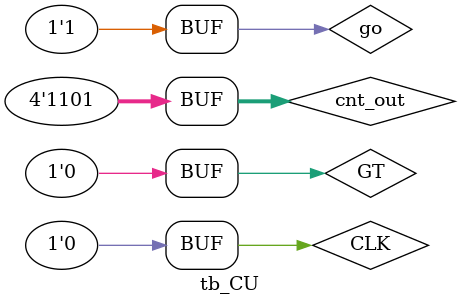
<source format=v>
`timescale 1ns / 1ps

/*input wire go,
    input wire CLK,
    input wire GT,
    output wire [3:0]cs,
    output reg done,
    output reg sel1, sel2, Load_cnt, EN, Load_reg*/
module tb_CU();
    reg go, CLK, GT;
    reg[3:0] cnt_out;
    wire[3:0] cs;
    wire done, sel1, sel2, Load_cnt, EN, Load_reg;
    
    CU DUT (go, CLK, GT, cnt_out, cs, done, sel1, sel2, Load_cnt, EN, Load_reg);
    initial begin
        CLK = 0;
        go = 1;
        GT = 1;
        tick;
        tick;
        tick;
        tick;
        GT = 0;
        tick;
        tick;
        tick;
        tick;
        tick;
        cnt_out = 13;
        tick;
        tick;
        tick;
    end
    
    task tick;
        begin
        #5 CLK = 1;
        #5 CLK = 0;
        end
    endtask
endmodule

</source>
